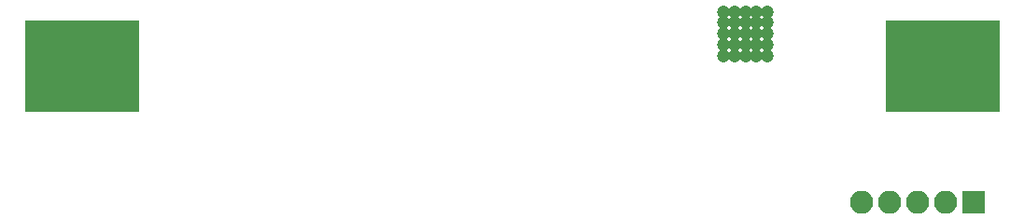
<source format=gbs>
G04 #@! TF.GenerationSoftware,KiCad,Pcbnew,no-vcs-found*
G04 #@! TF.CreationDate,2017-01-06T11:38:08+01:00*
G04 #@! TF.ProjectId,ESP32-HELP-Button-18650,45535033322D48454C502D427574746F,rev?*
G04 #@! TF.FileFunction,Soldermask,Bot*
G04 #@! TF.FilePolarity,Negative*
%FSLAX46Y46*%
G04 Gerber Fmt 4.6, Leading zero omitted, Abs format (unit mm)*
G04 Created by KiCad (PCBNEW no-vcs-found) date Fri Jan  6 11:38:08 2017*
%MOMM*%
%LPD*%
G01*
G04 APERTURE LIST*
%ADD10C,0.100000*%
%ADD11O,2.100000X2.100000*%
%ADD12R,2.100000X2.100000*%
%ADD13C,1.200000*%
%ADD14R,10.400000X8.400000*%
G04 APERTURE END LIST*
D10*
D11*
X103840000Y-66000000D03*
X106380000Y-66000000D03*
X108920000Y-66000000D03*
X111460000Y-66000000D03*
D12*
X114000000Y-66000000D03*
D13*
X91270000Y-48700000D03*
X91270000Y-49700000D03*
X91270000Y-50700000D03*
X91270000Y-51700000D03*
X91270000Y-52700000D03*
X92270000Y-52700000D03*
X92270000Y-51700000D03*
X92270000Y-50700000D03*
X92270000Y-49700000D03*
X92270000Y-48700000D03*
X94270000Y-48700000D03*
X94270000Y-49700000D03*
X94270000Y-50700000D03*
X94270000Y-51700000D03*
X94270000Y-52700000D03*
X93270000Y-52700000D03*
X93270000Y-51700000D03*
X93270000Y-50700000D03*
X93270000Y-49700000D03*
X93270000Y-48700000D03*
X95270000Y-52700000D03*
X95270000Y-51700000D03*
X95270000Y-50700000D03*
X95270000Y-49700000D03*
X95270000Y-48700000D03*
D14*
X111175000Y-53674000D03*
X33075000Y-53674000D03*
M02*

</source>
